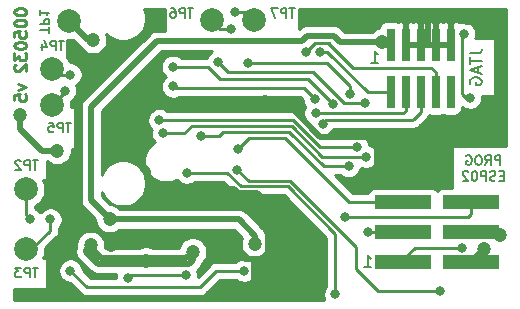
<source format=gbr>
G04 #@! TF.GenerationSoftware,KiCad,Pcbnew,(5.1.12)-1*
G04 #@! TF.CreationDate,2021-12-26T23:17:16+01:00*
G04 #@! TF.ProjectId,005032,30303530-3332-42e6-9b69-6361645f7063,v5*
G04 #@! TF.SameCoordinates,PX88601c0PY4692680*
G04 #@! TF.FileFunction,Copper,L2,Bot*
G04 #@! TF.FilePolarity,Positive*
%FSLAX46Y46*%
G04 Gerber Fmt 4.6, Leading zero omitted, Abs format (unit mm)*
G04 Created by KiCad (PCBNEW (5.1.12)-1) date 2021-12-26 23:17:16*
%MOMM*%
%LPD*%
G01*
G04 APERTURE LIST*
G04 #@! TA.AperFunction,NonConductor*
%ADD10C,0.150000*%
G04 #@! TD*
G04 #@! TA.AperFunction,NonConductor*
%ADD11C,0.200000*%
G04 #@! TD*
G04 #@! TA.AperFunction,NonConductor*
%ADD12C,0.250000*%
G04 #@! TD*
%ADD13C,0.150000*%
G04 #@! TA.AperFunction,SMDPad,CuDef*
%ADD14C,2.000000*%
G04 #@! TD*
G04 #@! TA.AperFunction,SMDPad,CuDef*
%ADD15R,4.750000X1.200000*%
G04 #@! TD*
G04 #@! TA.AperFunction,SMDPad,CuDef*
%ADD16R,0.650000X2.770000*%
G04 #@! TD*
G04 #@! TA.AperFunction,ViaPad*
%ADD17C,1.200000*%
G04 #@! TD*
G04 #@! TA.AperFunction,ViaPad*
%ADD18C,0.800000*%
G04 #@! TD*
G04 #@! TA.AperFunction,Conductor*
%ADD19C,0.500000*%
G04 #@! TD*
G04 #@! TA.AperFunction,Conductor*
%ADD20C,0.250000*%
G04 #@! TD*
G04 #@! TA.AperFunction,Conductor*
%ADD21C,0.254000*%
G04 #@! TD*
G04 #@! TA.AperFunction,Conductor*
%ADD22C,0.100000*%
G04 #@! TD*
G04 APERTURE END LIST*
D10*
X-1171429Y-13886904D02*
X-1171429Y-13086904D01*
X-1476191Y-13086904D01*
X-1552381Y-13125000D01*
X-1590477Y-13163095D01*
X-1628572Y-13239285D01*
X-1628572Y-13353571D01*
X-1590477Y-13429761D01*
X-1552381Y-13467857D01*
X-1476191Y-13505952D01*
X-1171429Y-13505952D01*
X-2428572Y-13886904D02*
X-2161905Y-13505952D01*
X-1971429Y-13886904D02*
X-1971429Y-13086904D01*
X-2276191Y-13086904D01*
X-2352381Y-13125000D01*
X-2390477Y-13163095D01*
X-2428572Y-13239285D01*
X-2428572Y-13353571D01*
X-2390477Y-13429761D01*
X-2352381Y-13467857D01*
X-2276191Y-13505952D01*
X-1971429Y-13505952D01*
X-2923810Y-13086904D02*
X-3076191Y-13086904D01*
X-3152381Y-13125000D01*
X-3228572Y-13201190D01*
X-3266667Y-13353571D01*
X-3266667Y-13620238D01*
X-3228572Y-13772619D01*
X-3152381Y-13848809D01*
X-3076191Y-13886904D01*
X-2923810Y-13886904D01*
X-2847620Y-13848809D01*
X-2771429Y-13772619D01*
X-2733334Y-13620238D01*
X-2733334Y-13353571D01*
X-2771429Y-13201190D01*
X-2847620Y-13125000D01*
X-2923810Y-13086904D01*
X-4028572Y-13125000D02*
X-3952381Y-13086904D01*
X-3838096Y-13086904D01*
X-3723810Y-13125000D01*
X-3647620Y-13201190D01*
X-3609524Y-13277380D01*
X-3571429Y-13429761D01*
X-3571429Y-13544047D01*
X-3609524Y-13696428D01*
X-3647620Y-13772619D01*
X-3723810Y-13848809D01*
X-3838096Y-13886904D01*
X-3914286Y-13886904D01*
X-4028572Y-13848809D01*
X-4066667Y-13810714D01*
X-4066667Y-13544047D01*
X-3914286Y-13544047D01*
X-885715Y-14817857D02*
X-1152381Y-14817857D01*
X-1266667Y-15236904D02*
X-885715Y-15236904D01*
X-885715Y-14436904D01*
X-1266667Y-14436904D01*
X-1571429Y-15198809D02*
X-1685715Y-15236904D01*
X-1876191Y-15236904D01*
X-1952381Y-15198809D01*
X-1990477Y-15160714D01*
X-2028572Y-15084523D01*
X-2028572Y-15008333D01*
X-1990477Y-14932142D01*
X-1952381Y-14894047D01*
X-1876191Y-14855952D01*
X-1723810Y-14817857D01*
X-1647620Y-14779761D01*
X-1609524Y-14741666D01*
X-1571429Y-14665476D01*
X-1571429Y-14589285D01*
X-1609524Y-14513095D01*
X-1647620Y-14475000D01*
X-1723810Y-14436904D01*
X-1914286Y-14436904D01*
X-2028572Y-14475000D01*
X-2371429Y-15236904D02*
X-2371429Y-14436904D01*
X-2676191Y-14436904D01*
X-2752381Y-14475000D01*
X-2790477Y-14513095D01*
X-2828572Y-14589285D01*
X-2828572Y-14703571D01*
X-2790477Y-14779761D01*
X-2752381Y-14817857D01*
X-2676191Y-14855952D01*
X-2371429Y-14855952D01*
X-3323810Y-14436904D02*
X-3400000Y-14436904D01*
X-3476191Y-14475000D01*
X-3514286Y-14513095D01*
X-3552381Y-14589285D01*
X-3590477Y-14741666D01*
X-3590477Y-14932142D01*
X-3552381Y-15084523D01*
X-3514286Y-15160714D01*
X-3476191Y-15198809D01*
X-3400000Y-15236904D01*
X-3323810Y-15236904D01*
X-3247620Y-15198809D01*
X-3209524Y-15160714D01*
X-3171429Y-15084523D01*
X-3133334Y-14932142D01*
X-3133334Y-14741666D01*
X-3171429Y-14589285D01*
X-3209524Y-14513095D01*
X-3247620Y-14475000D01*
X-3323810Y-14436904D01*
X-3895239Y-14513095D02*
X-3933334Y-14475000D01*
X-4009524Y-14436904D01*
X-4200000Y-14436904D01*
X-4276191Y-14475000D01*
X-4314286Y-14513095D01*
X-4352381Y-14589285D01*
X-4352381Y-14665476D01*
X-4314286Y-14779761D01*
X-3857143Y-15236904D01*
X-4352381Y-15236904D01*
D11*
X-3747620Y-4433333D02*
X-3033334Y-4433333D01*
X-2890477Y-4385714D01*
X-2795239Y-4290476D01*
X-2747620Y-4147619D01*
X-2747620Y-4052380D01*
X-3747620Y-4766666D02*
X-3747620Y-5338095D01*
X-2747620Y-5052380D02*
X-3747620Y-5052380D01*
X-3033334Y-5623809D02*
X-3033334Y-6100000D01*
X-2747620Y-5528571D02*
X-3747620Y-5861904D01*
X-2747620Y-6195238D01*
X-3700000Y-7052380D02*
X-3747620Y-6957142D01*
X-3747620Y-6814285D01*
X-3700000Y-6671428D01*
X-3604762Y-6576190D01*
X-3509524Y-6528571D01*
X-3319048Y-6480952D01*
X-3176191Y-6480952D01*
X-2985715Y-6528571D01*
X-2890477Y-6576190D01*
X-2795239Y-6671428D01*
X-2747620Y-6814285D01*
X-2747620Y-6909523D01*
X-2795239Y-7052380D01*
X-2842858Y-7100000D01*
X-3176191Y-7100000D01*
X-3176191Y-6909523D01*
D12*
X-42297620Y-883333D02*
X-42297620Y-978571D01*
X-42250000Y-1073809D01*
X-42202381Y-1121428D01*
X-42107143Y-1169047D01*
X-41916667Y-1216666D01*
X-41678572Y-1216666D01*
X-41488096Y-1169047D01*
X-41392858Y-1121428D01*
X-41345239Y-1073809D01*
X-41297620Y-978571D01*
X-41297620Y-883333D01*
X-41345239Y-788095D01*
X-41392858Y-740476D01*
X-41488096Y-692857D01*
X-41678572Y-645238D01*
X-41916667Y-645238D01*
X-42107143Y-692857D01*
X-42202381Y-740476D01*
X-42250000Y-788095D01*
X-42297620Y-883333D01*
X-42297620Y-1835714D02*
X-42297620Y-1930952D01*
X-42250000Y-2026190D01*
X-42202381Y-2073809D01*
X-42107143Y-2121428D01*
X-41916667Y-2169047D01*
X-41678572Y-2169047D01*
X-41488096Y-2121428D01*
X-41392858Y-2073809D01*
X-41345239Y-2026190D01*
X-41297620Y-1930952D01*
X-41297620Y-1835714D01*
X-41345239Y-1740476D01*
X-41392858Y-1692857D01*
X-41488096Y-1645238D01*
X-41678572Y-1597619D01*
X-41916667Y-1597619D01*
X-42107143Y-1645238D01*
X-42202381Y-1692857D01*
X-42250000Y-1740476D01*
X-42297620Y-1835714D01*
X-42297620Y-3073809D02*
X-42297620Y-2597619D01*
X-41821429Y-2550000D01*
X-41869048Y-2597619D01*
X-41916667Y-2692857D01*
X-41916667Y-2930952D01*
X-41869048Y-3026190D01*
X-41821429Y-3073809D01*
X-41726191Y-3121428D01*
X-41488096Y-3121428D01*
X-41392858Y-3073809D01*
X-41345239Y-3026190D01*
X-41297620Y-2930952D01*
X-41297620Y-2692857D01*
X-41345239Y-2597619D01*
X-41392858Y-2550000D01*
X-42297620Y-3740476D02*
X-42297620Y-3835714D01*
X-42250000Y-3930952D01*
X-42202381Y-3978571D01*
X-42107143Y-4026190D01*
X-41916667Y-4073809D01*
X-41678572Y-4073809D01*
X-41488096Y-4026190D01*
X-41392858Y-3978571D01*
X-41345239Y-3930952D01*
X-41297620Y-3835714D01*
X-41297620Y-3740476D01*
X-41345239Y-3645238D01*
X-41392858Y-3597619D01*
X-41488096Y-3550000D01*
X-41678572Y-3502380D01*
X-41916667Y-3502380D01*
X-42107143Y-3550000D01*
X-42202381Y-3597619D01*
X-42250000Y-3645238D01*
X-42297620Y-3740476D01*
X-42297620Y-4407142D02*
X-42297620Y-5026190D01*
X-41916667Y-4692857D01*
X-41916667Y-4835714D01*
X-41869048Y-4930952D01*
X-41821429Y-4978571D01*
X-41726191Y-5026190D01*
X-41488096Y-5026190D01*
X-41392858Y-4978571D01*
X-41345239Y-4930952D01*
X-41297620Y-4835714D01*
X-41297620Y-4550000D01*
X-41345239Y-4454761D01*
X-41392858Y-4407142D01*
X-42202381Y-5407142D02*
X-42250000Y-5454761D01*
X-42297620Y-5550000D01*
X-42297620Y-5788095D01*
X-42250000Y-5883333D01*
X-42202381Y-5930952D01*
X-42107143Y-5978571D01*
X-42011905Y-5978571D01*
X-41869048Y-5930952D01*
X-41297620Y-5359523D01*
X-41297620Y-5978571D01*
X-41964286Y-7073809D02*
X-41297620Y-7311904D01*
X-41964286Y-7550000D01*
X-42297620Y-8407142D02*
X-42297620Y-7930952D01*
X-41821429Y-7883333D01*
X-41869048Y-7930952D01*
X-41916667Y-8026190D01*
X-41916667Y-8264285D01*
X-41869048Y-8359523D01*
X-41821429Y-8407142D01*
X-41726191Y-8454761D01*
X-41488096Y-8454761D01*
X-41392858Y-8407142D01*
X-41345239Y-8359523D01*
X-41297620Y-8264285D01*
X-41297620Y-8026190D01*
X-41345239Y-7930952D01*
X-41392858Y-7883333D01*
D13*
X-39336905Y-2709523D02*
X-39336905Y-2252380D01*
X-40136905Y-2480952D02*
X-39336905Y-2480952D01*
X-40136905Y-1985714D02*
X-39336905Y-1985714D01*
X-39336905Y-1680952D01*
X-39375000Y-1604761D01*
X-39413096Y-1566666D01*
X-39489286Y-1528571D01*
X-39603572Y-1528571D01*
X-39679762Y-1566666D01*
X-39717858Y-1604761D01*
X-39755953Y-1680952D01*
X-39755953Y-1985714D01*
X-40136905Y-766666D02*
X-40136905Y-1223809D01*
X-40136905Y-995238D02*
X-39336905Y-995238D01*
X-39451191Y-1071428D01*
X-39527381Y-1147619D01*
X-39565477Y-1223809D01*
X-12685715Y-22552380D02*
X-12114286Y-22552380D01*
X-12400000Y-22552380D02*
X-12400000Y-21552380D01*
X-12304762Y-21695238D01*
X-12209524Y-21790476D01*
X-12114286Y-21838095D01*
X-12085715Y-5252380D02*
X-11514286Y-5252380D01*
X-11800000Y-5252380D02*
X-11800000Y-4252380D01*
X-11704762Y-4395238D01*
X-11609524Y-4490476D01*
X-11514286Y-4538095D01*
X-40290477Y-13513904D02*
X-40747620Y-13513904D01*
X-40519048Y-14313904D02*
X-40519048Y-13513904D01*
X-41014286Y-14313904D02*
X-41014286Y-13513904D01*
X-41319048Y-13513904D01*
X-41395239Y-13552000D01*
X-41433334Y-13590095D01*
X-41471429Y-13666285D01*
X-41471429Y-13780571D01*
X-41433334Y-13856761D01*
X-41395239Y-13894857D01*
X-41319048Y-13932952D01*
X-41014286Y-13932952D01*
X-41776191Y-13590095D02*
X-41814286Y-13552000D01*
X-41890477Y-13513904D01*
X-42080953Y-13513904D01*
X-42157143Y-13552000D01*
X-42195239Y-13590095D01*
X-42233334Y-13666285D01*
X-42233334Y-13742476D01*
X-42195239Y-13856761D01*
X-41738096Y-14313904D01*
X-42233334Y-14313904D01*
X-40290477Y-22609904D02*
X-40747620Y-22609904D01*
X-40519048Y-23409904D02*
X-40519048Y-22609904D01*
X-41014286Y-23409904D02*
X-41014286Y-22609904D01*
X-41319048Y-22609904D01*
X-41395239Y-22648000D01*
X-41433334Y-22686095D01*
X-41471429Y-22762285D01*
X-41471429Y-22876571D01*
X-41433334Y-22952761D01*
X-41395239Y-22990857D01*
X-41319048Y-23028952D01*
X-41014286Y-23028952D01*
X-41738096Y-22609904D02*
X-42233334Y-22609904D01*
X-41966667Y-22914666D01*
X-42080953Y-22914666D01*
X-42157143Y-22952761D01*
X-42195239Y-22990857D01*
X-42233334Y-23067047D01*
X-42233334Y-23257523D01*
X-42195239Y-23333714D01*
X-42157143Y-23371809D01*
X-42080953Y-23409904D01*
X-41852381Y-23409904D01*
X-41776191Y-23371809D01*
X-41738096Y-23333714D01*
X-38090477Y-3386904D02*
X-38547620Y-3386904D01*
X-38319048Y-4186904D02*
X-38319048Y-3386904D01*
X-38814286Y-4186904D02*
X-38814286Y-3386904D01*
X-39119048Y-3386904D01*
X-39195239Y-3425000D01*
X-39233334Y-3463095D01*
X-39271429Y-3539285D01*
X-39271429Y-3653571D01*
X-39233334Y-3729761D01*
X-39195239Y-3767857D01*
X-39119048Y-3805952D01*
X-38814286Y-3805952D01*
X-39957143Y-3653571D02*
X-39957143Y-4186904D01*
X-39766667Y-3348809D02*
X-39576191Y-3920238D01*
X-40071429Y-3920238D01*
X-37490477Y-10311904D02*
X-37947620Y-10311904D01*
X-37719048Y-11111904D02*
X-37719048Y-10311904D01*
X-38214286Y-11111904D02*
X-38214286Y-10311904D01*
X-38519048Y-10311904D01*
X-38595239Y-10350000D01*
X-38633334Y-10388095D01*
X-38671429Y-10464285D01*
X-38671429Y-10578571D01*
X-38633334Y-10654761D01*
X-38595239Y-10692857D01*
X-38519048Y-10730952D01*
X-38214286Y-10730952D01*
X-39395239Y-10311904D02*
X-39014286Y-10311904D01*
X-38976191Y-10692857D01*
X-39014286Y-10654761D01*
X-39090477Y-10616666D01*
X-39280953Y-10616666D01*
X-39357143Y-10654761D01*
X-39395239Y-10692857D01*
X-39433334Y-10769047D01*
X-39433334Y-10959523D01*
X-39395239Y-11035714D01*
X-39357143Y-11073809D01*
X-39280953Y-11111904D01*
X-39090477Y-11111904D01*
X-39014286Y-11073809D01*
X-38976191Y-11035714D01*
X-27165477Y-611904D02*
X-27622620Y-611904D01*
X-27394048Y-1411904D02*
X-27394048Y-611904D01*
X-27889286Y-1411904D02*
X-27889286Y-611904D01*
X-28194048Y-611904D01*
X-28270239Y-650000D01*
X-28308334Y-688095D01*
X-28346429Y-764285D01*
X-28346429Y-878571D01*
X-28308334Y-954761D01*
X-28270239Y-992857D01*
X-28194048Y-1030952D01*
X-27889286Y-1030952D01*
X-29032143Y-611904D02*
X-28879762Y-611904D01*
X-28803572Y-650000D01*
X-28765477Y-688095D01*
X-28689286Y-802380D01*
X-28651191Y-954761D01*
X-28651191Y-1259523D01*
X-28689286Y-1335714D01*
X-28727381Y-1373809D01*
X-28803572Y-1411904D01*
X-28955953Y-1411904D01*
X-29032143Y-1373809D01*
X-29070239Y-1335714D01*
X-29108334Y-1259523D01*
X-29108334Y-1069047D01*
X-29070239Y-992857D01*
X-29032143Y-954761D01*
X-28955953Y-916666D01*
X-28803572Y-916666D01*
X-28727381Y-954761D01*
X-28689286Y-992857D01*
X-28651191Y-1069047D01*
X-18565477Y-611904D02*
X-19022620Y-611904D01*
X-18794048Y-1411904D02*
X-18794048Y-611904D01*
X-19289286Y-1411904D02*
X-19289286Y-611904D01*
X-19594048Y-611904D01*
X-19670239Y-650000D01*
X-19708334Y-688095D01*
X-19746429Y-764285D01*
X-19746429Y-878571D01*
X-19708334Y-954761D01*
X-19670239Y-992857D01*
X-19594048Y-1030952D01*
X-19289286Y-1030952D01*
X-20013096Y-611904D02*
X-20546429Y-611904D01*
X-20203572Y-1411904D01*
D14*
X-37700000Y-1700000D03*
D15*
X-9375000Y-22140000D03*
X-3625000Y-22140000D03*
X-9375000Y-19600000D03*
X-3625000Y-19600000D03*
X-9375000Y-17060000D03*
X-3625000Y-17060000D03*
D16*
X-10440000Y-3700000D03*
X-10440000Y-7700000D03*
X-9170000Y-3700000D03*
X-9170000Y-7700000D03*
X-7900000Y-3700000D03*
X-7900000Y-7700000D03*
X-6630000Y-3700000D03*
X-6630000Y-7700000D03*
X-5360000Y-3700000D03*
X-5360000Y-7700000D03*
D14*
X-41300000Y-15950000D03*
X-41300000Y-21050000D03*
X-39100000Y-5800000D03*
X-39100000Y-8800000D03*
X-25550000Y-1650000D03*
X-22000000Y-1650000D03*
D17*
X-35650000Y-3300000D03*
X-41850000Y-9700000D03*
X-27200000Y-21250000D03*
X-35850000Y-20700000D03*
X-38675000Y-12675000D03*
X-31162500Y-22012500D03*
X-1225000Y-10855000D03*
X-5300000Y-10800000D03*
X-21100000Y-8600000D03*
X-1145000Y-19855000D03*
X-11600000Y-11500000D03*
X-11400000Y-15300000D03*
X-5700000Y-15200000D03*
X-32700000Y-8600000D03*
X-28600000Y-15950000D03*
X-28850000Y-20500000D03*
X-20849999Y-17124999D03*
X-34150000Y-20700000D03*
X-24800000Y-24350000D03*
X-22000000Y-24350000D03*
X-23400000Y-24350000D03*
X-3950000Y-1450000D03*
X-14500000Y-1400000D03*
X-21900000Y-20600000D03*
X-34237500Y-18462500D03*
X-2500000Y-21000002D03*
X-11150000Y-3500000D03*
D18*
X-27800000Y-23200000D03*
X-32700000Y-23450000D03*
X-4400000Y-20900000D03*
X-4250000Y-2800000D03*
X-3700000Y-8200000D03*
X-14300000Y-18300000D03*
X-23400000Y-12550000D03*
X-26525000Y-11425000D03*
X-12400000Y-19575000D03*
X-14000000Y-14000000D03*
X-28850000Y-5600000D03*
X-15362653Y-8712653D03*
X-16850000Y-8350000D03*
X-28850000Y-7250000D03*
X-15125000Y-24850000D03*
X-27700000Y-14550000D03*
X-23425000Y-14300000D03*
X-6225000Y-24575000D03*
X-37550000Y-22850000D03*
X-22850000Y-22850000D03*
X-13900000Y-7900000D03*
X-22550000Y-5250000D03*
X-23600000Y-925000D03*
X-12575000Y-8625000D03*
X-25050000Y-5200000D03*
X-24000000Y-2350000D03*
X-16400000Y-4300000D03*
X-16800000Y-9500000D03*
X-16200000Y-10400000D03*
X-17600000Y-4300000D03*
X-37550000Y-6250000D03*
X-38025000Y-7600000D03*
X-30025000Y-10100000D03*
X-13275000Y-12375000D03*
X-12525000Y-13200000D03*
X-29700000Y-11225000D03*
X-40950000Y-18500000D03*
X-39250000Y-18500000D03*
D19*
X-36100000Y-3300000D02*
X-37700000Y-1700000D01*
X-35650000Y-3300000D02*
X-36100000Y-3300000D01*
X-41850000Y-10000000D02*
X-41850000Y-9700000D01*
X-27200000Y-21250000D02*
X-27750000Y-21800000D01*
X-27750000Y-21800000D02*
X-30850000Y-21800000D01*
X-35850000Y-20950000D02*
X-35000000Y-21800000D01*
X-35000000Y-21800000D02*
X-30850000Y-21800000D01*
X-38675000Y-12675000D02*
X-38700000Y-12650000D01*
X-35850000Y-20700000D02*
X-35850000Y-20950000D01*
X-41850000Y-10825000D02*
X-41850000Y-9700000D01*
X-40000000Y-12675000D02*
X-41850000Y-10825000D01*
X-38675000Y-12675000D02*
X-40000000Y-12675000D01*
X-30850000Y-21800000D02*
X-31162500Y-22012500D01*
X-36250000Y-21100000D02*
X-35850000Y-20700000D01*
X-36250000Y-21250000D02*
X-36250000Y-21100000D01*
X-27500000Y-22250000D02*
X-35250000Y-22250000D01*
X-27200000Y-21950000D02*
X-27500000Y-22250000D01*
X-35250000Y-22250000D02*
X-36250000Y-21250000D01*
X-27200000Y-21250000D02*
X-27200000Y-21950000D01*
X-5360000Y-3700000D02*
X-6630000Y-3700000D01*
X-9170000Y-3700000D02*
X-7900000Y-3700000D01*
X-5245000Y-10855000D02*
X-5300000Y-10800000D01*
X-1225000Y-10855000D02*
X-5245000Y-10855000D01*
X-1225000Y-1900000D02*
X-1225000Y-10855000D01*
X-34300000Y-11100000D02*
X-31000000Y-14400000D01*
X-34300000Y-9400000D02*
X-34300000Y-11100000D01*
X-33500000Y-8600000D02*
X-34300000Y-9400000D01*
X-1200000Y-19800000D02*
X-1145000Y-19855000D01*
X-3625000Y-19800000D02*
X-1200000Y-19800000D01*
X-11600000Y-11500000D02*
X-6600000Y-11500000D01*
X-5900000Y-10800000D02*
X-5300000Y-10800000D01*
X-6600000Y-11500000D02*
X-5900000Y-10800000D01*
X-11600000Y-15100000D02*
X-11400000Y-15300000D01*
X-11600000Y-11500000D02*
X-11600000Y-15100000D01*
X-6600000Y-14300000D02*
X-5700000Y-15200000D01*
X-6600000Y-11500000D02*
X-6600000Y-14300000D01*
X-32700000Y-8600000D02*
X-33500000Y-8600000D01*
X-21100000Y-8600000D02*
X-32700000Y-8600000D01*
X-30600000Y-15950000D02*
X-31000000Y-15550000D01*
X-28600000Y-15950000D02*
X-30600000Y-15950000D01*
X-31000000Y-14400000D02*
X-31000000Y-15550000D01*
X-20950000Y-8600000D02*
X-21100000Y-8600000D01*
X-21100000Y-8600000D02*
X-19300000Y-8600000D01*
X-16400000Y-11500000D02*
X-16300000Y-11500000D01*
X-19300000Y-8600000D02*
X-16400000Y-11500000D01*
X-11600000Y-11500000D02*
X-16300000Y-11500000D01*
X-20849999Y-21349999D02*
X-20849999Y-17124999D01*
X-28800000Y-20450000D02*
X-28850000Y-20500000D01*
X-28600000Y-15950000D02*
X-23700000Y-15950000D01*
X-23700000Y-15950000D02*
X-23400000Y-16250000D01*
X-21724998Y-16250000D02*
X-20849999Y-17124999D01*
X-23400000Y-16250000D02*
X-21724998Y-16250000D01*
X-29050000Y-20700000D02*
X-28850000Y-20500000D01*
X-34150000Y-20700000D02*
X-29050000Y-20700000D01*
X-24800000Y-24350000D02*
X-23200000Y-24350000D01*
X-23200000Y-24350000D02*
X-22000000Y-24350000D01*
X-22100000Y-24250000D02*
X-22000000Y-24350000D01*
X-23200000Y-24350000D02*
X-23400000Y-24350000D01*
X-1675000Y-1450000D02*
X-1225000Y-1900000D01*
X-3950000Y-1450000D02*
X-1675000Y-1450000D01*
X-7250000Y-1950000D02*
X-7250000Y-3700000D01*
X-7250000Y-3700000D02*
X-7900000Y-3700000D01*
X-6630000Y-3700000D02*
X-7250000Y-3700000D01*
X-14450000Y-1450000D02*
X-14500000Y-1400000D01*
X-7250000Y-1950000D02*
X-7250000Y-1450000D01*
X-7250000Y-1450000D02*
X-14450000Y-1450000D01*
X-3950000Y-1450000D02*
X-7250000Y-1450000D01*
X-22800000Y-21900000D02*
X-25150000Y-19550000D01*
X-25150000Y-19550000D02*
X-27900000Y-19550000D01*
X-27900000Y-19550000D02*
X-28850000Y-20500000D01*
X-20849999Y-21349999D02*
X-21400000Y-21900000D01*
X-22000000Y-24350000D02*
X-22000000Y-22000000D01*
X-22000000Y-22000000D02*
X-22100000Y-21900000D01*
X-22100000Y-21900000D02*
X-22800000Y-21900000D01*
X-21400000Y-21900000D02*
X-22100000Y-21900000D01*
X-3625000Y-22125002D02*
X-2500000Y-21000002D01*
X-3625000Y-22140000D02*
X-3625000Y-22125002D01*
X-21900000Y-19900000D02*
X-21900000Y-20600000D01*
X-23300000Y-18500000D02*
X-21900000Y-19900000D01*
X-34200000Y-18500000D02*
X-23300000Y-18500000D01*
X-34237500Y-18462500D02*
X-34200000Y-18500000D01*
X-15250000Y-2950000D02*
X-14700000Y-3500000D01*
X-17500000Y-2950000D02*
X-15250000Y-2950000D01*
X-17950000Y-3400000D02*
X-17500000Y-2950000D01*
X-30200000Y-3400000D02*
X-17950000Y-3400000D01*
X-35800000Y-9000000D02*
X-30200000Y-3400000D01*
X-35800000Y-16900000D02*
X-35800000Y-9000000D01*
X-34237500Y-18462500D02*
X-35800000Y-16900000D01*
X-10950000Y-3700000D02*
X-11150000Y-3500000D01*
X-10440000Y-3700000D02*
X-10950000Y-3700000D01*
X-14700000Y-3500000D02*
X-11150000Y-3500000D01*
D20*
X-32700000Y-23450000D02*
X-32450000Y-23200000D01*
X-27800000Y-23200000D02*
X-32450000Y-23200000D01*
X-9375000Y-22140000D02*
X-9375000Y-21875000D01*
X-8400000Y-20900000D02*
X-4400000Y-20900000D01*
X-9375000Y-21875000D02*
X-8400000Y-20900000D01*
X-4400000Y-7900000D02*
X-4400000Y-2950000D01*
X-4100000Y-8200000D02*
X-4400000Y-7900000D01*
X-4400000Y-2950000D02*
X-4250000Y-2800000D01*
X-3700000Y-8200000D02*
X-4100000Y-8200000D01*
X-3625000Y-17060000D02*
X-3625000Y-18025000D01*
X-3625000Y-18025000D02*
X-3900000Y-18300000D01*
X-3900000Y-18300000D02*
X-14300000Y-18300000D01*
X-9415000Y-17100000D02*
X-9375000Y-17060000D01*
X-23400000Y-12550000D02*
X-22475000Y-11625000D01*
X-22475000Y-11625000D02*
X-19375000Y-11625000D01*
X-13940000Y-17060000D02*
X-9375000Y-17060000D01*
X-19375000Y-11625000D02*
X-13940000Y-17060000D01*
X-26525000Y-11425000D02*
X-24950000Y-11425000D01*
X-24950000Y-11425000D02*
X-24600000Y-11075000D01*
X-24600000Y-11075000D02*
X-19025000Y-11075000D01*
X-19025000Y-11075000D02*
X-16100000Y-14000000D01*
X-16100000Y-14000000D02*
X-13975000Y-14000000D01*
X-12375000Y-19600000D02*
X-12400000Y-19575000D01*
X-9375000Y-19600000D02*
X-12375000Y-19600000D01*
X-28850000Y-5600000D02*
X-25900000Y-5600000D01*
X-25900000Y-5600000D02*
X-24850000Y-6650000D01*
X-17425306Y-6650000D02*
X-15362653Y-8712653D01*
X-24850000Y-6650000D02*
X-17425306Y-6650000D01*
X-16850000Y-8350000D02*
X-17800000Y-7400000D01*
X-28700000Y-7400000D02*
X-28850000Y-7250000D01*
X-17800000Y-7400000D02*
X-28700000Y-7400000D01*
X-24300000Y-14550000D02*
X-27700000Y-14550000D01*
X-19150000Y-15700000D02*
X-23150000Y-15700000D01*
X-23150000Y-15700000D02*
X-24300000Y-14550000D01*
X-15125000Y-19725000D02*
X-19150000Y-15700000D01*
X-15125000Y-24850000D02*
X-15125000Y-19725000D01*
X-23425000Y-14300000D02*
X-22475000Y-15250000D01*
X-22475000Y-15250000D02*
X-18950000Y-15250000D01*
X-18950000Y-15250000D02*
X-13375000Y-20825000D01*
X-13375000Y-20825000D02*
X-13375000Y-22273287D01*
X-13375000Y-22273287D02*
X-13375000Y-22725000D01*
X-11525000Y-24575000D02*
X-6225000Y-24575000D01*
X-13375000Y-22725000D02*
X-11525000Y-24575000D01*
X-36150000Y-24250000D02*
X-37550000Y-22850000D01*
X-26600000Y-24250000D02*
X-36150000Y-24250000D01*
X-25200000Y-22850000D02*
X-26600000Y-24250000D01*
X-22850000Y-22850000D02*
X-25200000Y-22850000D01*
X-13900000Y-7900000D02*
X-13900000Y-7250000D01*
X-13900000Y-7250000D02*
X-15850000Y-5300000D01*
X-22500000Y-5300000D02*
X-22550000Y-5250000D01*
X-15850000Y-5300000D02*
X-22500000Y-5300000D01*
X-22725000Y-925000D02*
X-22000000Y-1650000D01*
X-23600000Y-925000D02*
X-22725000Y-925000D01*
X-25050000Y-5200000D02*
X-24200000Y-6050000D01*
X-17000000Y-6050000D02*
X-14425000Y-8625000D01*
X-14425000Y-8625000D02*
X-12575000Y-8625000D01*
X-24200000Y-6050000D02*
X-17000000Y-6050000D01*
X-24850000Y-2350000D02*
X-25550000Y-1650000D01*
X-24000000Y-2350000D02*
X-24850000Y-2350000D01*
X-15800000Y-4300000D02*
X-12400000Y-7700000D01*
X-16400000Y-4300000D02*
X-15800000Y-4300000D01*
X-12400000Y-7700000D02*
X-12100000Y-7700000D01*
X-10440000Y-7700000D02*
X-12100000Y-7700000D01*
X-9170000Y-7700000D02*
X-9170000Y-9335000D01*
X-16767500Y-9532500D02*
X-16800000Y-9500000D01*
X-9367500Y-9532500D02*
X-16767500Y-9532500D01*
X-9170000Y-9335000D02*
X-9367500Y-9532500D01*
X-7900000Y-7700000D02*
X-7900000Y-9400000D01*
X-7900000Y-9400000D02*
X-8500000Y-10000000D01*
X-8500000Y-10000000D02*
X-8600000Y-10100000D01*
X-15900000Y-10100000D02*
X-16200000Y-10400000D01*
X-8600000Y-10100000D02*
X-15900000Y-10100000D01*
X-6630000Y-6065000D02*
X-6995000Y-5700000D01*
X-6630000Y-7700000D02*
X-6630000Y-6065000D01*
X-6995000Y-5700000D02*
X-13600000Y-5700000D01*
X-15725001Y-3574999D02*
X-15400000Y-3900000D01*
X-16874999Y-3574999D02*
X-15725001Y-3574999D01*
X-17600000Y-4300000D02*
X-16874999Y-3574999D01*
X-15400000Y-3900000D02*
X-15700000Y-3600000D01*
X-13600000Y-5700000D02*
X-15400000Y-3900000D01*
X-39050000Y-6250000D02*
X-39100000Y-6200000D01*
X-37550000Y-6250000D02*
X-39050000Y-6250000D01*
X-39100000Y-8800000D02*
X-39000000Y-8800000D01*
X-38025000Y-7725000D02*
X-39100000Y-8800000D01*
X-38025000Y-7600000D02*
X-38025000Y-7725000D01*
X-30025000Y-10100000D02*
X-18975000Y-10100000D01*
X-16325000Y-12375000D02*
X-16400000Y-12375000D01*
X-16325000Y-12375000D02*
X-13475000Y-12375000D01*
X-18675000Y-10100000D02*
X-18975000Y-10100000D01*
X-16400000Y-12375000D02*
X-18675000Y-10100000D01*
X-12525000Y-13200000D02*
X-15975000Y-13200000D01*
X-15975000Y-13200000D02*
X-16211410Y-13200000D01*
X-16211410Y-13200000D02*
X-18811410Y-10600000D01*
X-27275000Y-10600000D02*
X-27900000Y-11225000D01*
X-27900000Y-11225000D02*
X-29700000Y-11225000D01*
X-18811410Y-10600000D02*
X-27275000Y-10600000D01*
X-40950000Y-18500000D02*
X-41350000Y-18100000D01*
X-41350000Y-16000000D02*
X-41300000Y-15950000D01*
X-41350000Y-18100000D02*
X-41350000Y-16000000D01*
X-39250000Y-18500000D02*
X-39250000Y-19450000D01*
X-40850000Y-21050000D02*
X-41300000Y-21050000D01*
X-39250000Y-19450000D02*
X-40850000Y-21050000D01*
D21*
X-29546500Y-2515000D02*
X-30156531Y-2515000D01*
X-30200000Y-2510719D01*
X-30243469Y-2515000D01*
X-30243477Y-2515000D01*
X-30352361Y-2525724D01*
X-30373491Y-2527805D01*
X-30416041Y-2540713D01*
X-30540313Y-2578411D01*
X-30694059Y-2660589D01*
X-30694061Y-2660590D01*
X-30694060Y-2660590D01*
X-30795047Y-2743468D01*
X-30795049Y-2743470D01*
X-30828817Y-2771183D01*
X-30856530Y-2804951D01*
X-36395048Y-8343470D01*
X-36428816Y-8371183D01*
X-36456529Y-8404951D01*
X-36456532Y-8404954D01*
X-36539410Y-8505941D01*
X-36621588Y-8659687D01*
X-36672195Y-8826510D01*
X-36689281Y-9000000D01*
X-36684999Y-9043479D01*
X-36685000Y-16856531D01*
X-36689281Y-16900000D01*
X-36685000Y-16943469D01*
X-36685000Y-16943476D01*
X-36672195Y-17073489D01*
X-36621589Y-17240312D01*
X-36539411Y-17394058D01*
X-36428817Y-17528817D01*
X-36395044Y-17556534D01*
X-35472500Y-18479079D01*
X-35472500Y-18584137D01*
X-35425040Y-18822736D01*
X-35331943Y-19047492D01*
X-35196787Y-19249767D01*
X-35024767Y-19421787D01*
X-34822492Y-19556943D01*
X-34597736Y-19650040D01*
X-34359137Y-19697500D01*
X-34115863Y-19697500D01*
X-33877264Y-19650040D01*
X-33652508Y-19556943D01*
X-33450233Y-19421787D01*
X-33413446Y-19385000D01*
X-23666578Y-19385000D01*
X-23006782Y-20044797D01*
X-23087540Y-20239764D01*
X-23135000Y-20478363D01*
X-23135000Y-20721637D01*
X-23087540Y-20960236D01*
X-22994443Y-21184992D01*
X-22859287Y-21387267D01*
X-22687267Y-21559287D01*
X-22484992Y-21694443D01*
X-22260236Y-21787540D01*
X-22021637Y-21835000D01*
X-21778363Y-21835000D01*
X-21539764Y-21787540D01*
X-21315008Y-21694443D01*
X-21112733Y-21559287D01*
X-20940713Y-21387267D01*
X-20805557Y-21184992D01*
X-20712460Y-20960236D01*
X-20665000Y-20721637D01*
X-20665000Y-20478363D01*
X-20712460Y-20239764D01*
X-20805557Y-20015008D01*
X-20940713Y-19812733D01*
X-21028183Y-19725263D01*
X-21078411Y-19559687D01*
X-21160589Y-19405941D01*
X-21218809Y-19335000D01*
X-21243468Y-19304953D01*
X-21243470Y-19304951D01*
X-21271183Y-19271183D01*
X-21304950Y-19243471D01*
X-22643468Y-17904954D01*
X-22671183Y-17871183D01*
X-22805941Y-17760589D01*
X-22959687Y-17678411D01*
X-23126510Y-17627805D01*
X-23256523Y-17615000D01*
X-23256531Y-17615000D01*
X-23300000Y-17610719D01*
X-23343469Y-17615000D01*
X-33338446Y-17615000D01*
X-33450233Y-17503213D01*
X-33652508Y-17368057D01*
X-33877264Y-17274960D01*
X-34115863Y-17227500D01*
X-34220921Y-17227500D01*
X-34915000Y-16533422D01*
X-34915000Y-16189931D01*
X-34836930Y-16378408D01*
X-34622432Y-16699427D01*
X-34349427Y-16972432D01*
X-34028408Y-17186930D01*
X-33671711Y-17334679D01*
X-33293043Y-17410000D01*
X-32906957Y-17410000D01*
X-32528289Y-17334679D01*
X-32171592Y-17186930D01*
X-31850573Y-16972432D01*
X-31577568Y-16699427D01*
X-31363070Y-16378408D01*
X-31215321Y-16021711D01*
X-31140000Y-15643043D01*
X-31140000Y-15256957D01*
X-31215321Y-14878289D01*
X-31363070Y-14521592D01*
X-31577568Y-14200573D01*
X-31850573Y-13927568D01*
X-32171592Y-13713070D01*
X-32528289Y-13565321D01*
X-32906957Y-13490000D01*
X-33293043Y-13490000D01*
X-33671711Y-13565321D01*
X-34028408Y-13713070D01*
X-34349427Y-13927568D01*
X-34622432Y-14200573D01*
X-34836930Y-14521592D01*
X-34915000Y-14710069D01*
X-34915000Y-9366578D01*
X-29833421Y-4285000D01*
X-25543556Y-4285000D01*
X-25709774Y-4396063D01*
X-25853937Y-4540226D01*
X-25967205Y-4709744D01*
X-26021159Y-4840000D01*
X-28146289Y-4840000D01*
X-28190226Y-4796063D01*
X-28359744Y-4682795D01*
X-28548102Y-4604774D01*
X-28748061Y-4565000D01*
X-28951939Y-4565000D01*
X-29151898Y-4604774D01*
X-29340256Y-4682795D01*
X-29509774Y-4796063D01*
X-29653937Y-4940226D01*
X-29767205Y-5109744D01*
X-29845226Y-5298102D01*
X-29885000Y-5498061D01*
X-29885000Y-5701939D01*
X-29845226Y-5901898D01*
X-29767205Y-6090256D01*
X-29653937Y-6259774D01*
X-29509774Y-6403937D01*
X-29478251Y-6425000D01*
X-29509774Y-6446063D01*
X-29653937Y-6590226D01*
X-29767205Y-6759744D01*
X-29845226Y-6948102D01*
X-29885000Y-7148061D01*
X-29885000Y-7351939D01*
X-29845226Y-7551898D01*
X-29767205Y-7740256D01*
X-29653937Y-7909774D01*
X-29509774Y-8053937D01*
X-29340256Y-8167205D01*
X-29151898Y-8245226D01*
X-28951939Y-8285000D01*
X-28748061Y-8285000D01*
X-28548102Y-8245226D01*
X-28359744Y-8167205D01*
X-28348961Y-8160000D01*
X-18114801Y-8160000D01*
X-17885000Y-8389801D01*
X-17885000Y-8451939D01*
X-17845226Y-8651898D01*
X-17767205Y-8840256D01*
X-17685581Y-8962415D01*
X-17717205Y-9009744D01*
X-17795226Y-9198102D01*
X-17835000Y-9398061D01*
X-17835000Y-9601939D01*
X-17795226Y-9801898D01*
X-17722340Y-9977859D01*
X-18111196Y-9589003D01*
X-18134999Y-9559999D01*
X-18250724Y-9465026D01*
X-18382753Y-9394454D01*
X-18526014Y-9350997D01*
X-18637667Y-9340000D01*
X-18637678Y-9340000D01*
X-18675000Y-9336324D01*
X-18712322Y-9340000D01*
X-29321289Y-9340000D01*
X-29365226Y-9296063D01*
X-29534744Y-9182795D01*
X-29723102Y-9104774D01*
X-29923061Y-9065000D01*
X-30126939Y-9065000D01*
X-30326898Y-9104774D01*
X-30515256Y-9182795D01*
X-30684774Y-9296063D01*
X-30828937Y-9440226D01*
X-30942205Y-9609744D01*
X-31020226Y-9798102D01*
X-31060000Y-9998061D01*
X-31060000Y-10201939D01*
X-31020226Y-10401898D01*
X-30942205Y-10590256D01*
X-30828937Y-10759774D01*
X-30686551Y-10902160D01*
X-30695226Y-10923102D01*
X-30735000Y-11123061D01*
X-30735000Y-11326939D01*
X-30695226Y-11526898D01*
X-30617205Y-11715256D01*
X-30503937Y-11884774D01*
X-30420526Y-11968185D01*
X-30639744Y-12114662D01*
X-30895338Y-12370256D01*
X-31096156Y-12670801D01*
X-31234482Y-13004750D01*
X-31305000Y-13359268D01*
X-31305000Y-13720732D01*
X-31234482Y-14075250D01*
X-31096156Y-14409199D01*
X-30895338Y-14709744D01*
X-30639744Y-14965338D01*
X-30339199Y-15166156D01*
X-30005250Y-15304482D01*
X-29650732Y-15375000D01*
X-29289268Y-15375000D01*
X-28934750Y-15304482D01*
X-28600801Y-15166156D01*
X-28553984Y-15134874D01*
X-28503937Y-15209774D01*
X-28359774Y-15353937D01*
X-28190256Y-15467205D01*
X-28001898Y-15545226D01*
X-27801939Y-15585000D01*
X-27598061Y-15585000D01*
X-27398102Y-15545226D01*
X-27209744Y-15467205D01*
X-27040226Y-15353937D01*
X-26996289Y-15310000D01*
X-24614801Y-15310000D01*
X-23713800Y-16211002D01*
X-23690001Y-16240001D01*
X-23661003Y-16263799D01*
X-23574276Y-16334974D01*
X-23442247Y-16405546D01*
X-23298986Y-16449003D01*
X-23150000Y-16463677D01*
X-23112667Y-16460000D01*
X-19464801Y-16460000D01*
X-15884999Y-20039803D01*
X-15885000Y-24146289D01*
X-15928937Y-24190226D01*
X-16042205Y-24359744D01*
X-16120226Y-24548102D01*
X-16160000Y-24748061D01*
X-16160000Y-24951939D01*
X-16120226Y-25151898D01*
X-16042311Y-25340000D01*
X-42340000Y-25340000D01*
X-42340000Y-24419500D01*
X-39504285Y-24419500D01*
X-39504285Y-22748061D01*
X-38585000Y-22748061D01*
X-38585000Y-22951939D01*
X-38545226Y-23151898D01*
X-38467205Y-23340256D01*
X-38353937Y-23509774D01*
X-38209774Y-23653937D01*
X-38040256Y-23767205D01*
X-37851898Y-23845226D01*
X-37651939Y-23885000D01*
X-37589801Y-23885000D01*
X-36713799Y-24761003D01*
X-36690001Y-24790001D01*
X-36661003Y-24813799D01*
X-36574277Y-24884974D01*
X-36448995Y-24951939D01*
X-36442247Y-24955546D01*
X-36298986Y-24999003D01*
X-36187333Y-25010000D01*
X-36187323Y-25010000D01*
X-36150000Y-25013676D01*
X-36112678Y-25010000D01*
X-26637322Y-25010000D01*
X-26600000Y-25013676D01*
X-26562678Y-25010000D01*
X-26562667Y-25010000D01*
X-26451014Y-24999003D01*
X-26307753Y-24955546D01*
X-26175724Y-24884974D01*
X-26059999Y-24790001D01*
X-26036196Y-24760997D01*
X-24885198Y-23610000D01*
X-23553711Y-23610000D01*
X-23509774Y-23653937D01*
X-23340256Y-23767205D01*
X-23151898Y-23845226D01*
X-22951939Y-23885000D01*
X-22748061Y-23885000D01*
X-22548102Y-23845226D01*
X-22359744Y-23767205D01*
X-22190226Y-23653937D01*
X-22046063Y-23509774D01*
X-21932795Y-23340256D01*
X-21854774Y-23151898D01*
X-21815000Y-22951939D01*
X-21815000Y-22748061D01*
X-21854774Y-22548102D01*
X-21932795Y-22359744D01*
X-22046063Y-22190226D01*
X-22190226Y-22046063D01*
X-22359744Y-21932795D01*
X-22548102Y-21854774D01*
X-22748061Y-21815000D01*
X-22951939Y-21815000D01*
X-23151898Y-21854774D01*
X-23340256Y-21932795D01*
X-23509774Y-22046063D01*
X-23553711Y-22090000D01*
X-25162678Y-22090000D01*
X-25200000Y-22086324D01*
X-25237323Y-22090000D01*
X-25237333Y-22090000D01*
X-25348986Y-22100997D01*
X-25492247Y-22144454D01*
X-25624277Y-22215026D01*
X-25666892Y-22250000D01*
X-25740001Y-22309999D01*
X-25763799Y-22338997D01*
X-26774500Y-23349699D01*
X-26765000Y-23301939D01*
X-26765000Y-23098061D01*
X-26804774Y-22898102D01*
X-26831647Y-22833225D01*
X-26604956Y-22606534D01*
X-26571183Y-22578817D01*
X-26460589Y-22444059D01*
X-26378411Y-22290313D01*
X-26328183Y-22124737D01*
X-26240713Y-22037267D01*
X-26105557Y-21834992D01*
X-26012460Y-21610236D01*
X-25965000Y-21371637D01*
X-25965000Y-21128363D01*
X-26012460Y-20889764D01*
X-26105557Y-20665008D01*
X-26240713Y-20462733D01*
X-26412733Y-20290713D01*
X-26615008Y-20155557D01*
X-26839764Y-20062460D01*
X-27078363Y-20015000D01*
X-27321637Y-20015000D01*
X-27560236Y-20062460D01*
X-27784992Y-20155557D01*
X-27987267Y-20290713D01*
X-28159287Y-20462733D01*
X-28294443Y-20665008D01*
X-28387540Y-20889764D01*
X-28392560Y-20915000D01*
X-30584888Y-20915000D01*
X-30802264Y-20824960D01*
X-31040863Y-20777500D01*
X-31284137Y-20777500D01*
X-31522736Y-20824960D01*
X-31740112Y-20915000D01*
X-34633421Y-20915000D01*
X-34633546Y-20914875D01*
X-34615000Y-20821637D01*
X-34615000Y-20578363D01*
X-34662460Y-20339764D01*
X-34755557Y-20115008D01*
X-34890713Y-19912733D01*
X-35062733Y-19740713D01*
X-35265008Y-19605557D01*
X-35489764Y-19512460D01*
X-35728363Y-19465000D01*
X-35971637Y-19465000D01*
X-36210236Y-19512460D01*
X-36434992Y-19605557D01*
X-36637267Y-19740713D01*
X-36809287Y-19912733D01*
X-36944443Y-20115008D01*
X-37037540Y-20339764D01*
X-37085000Y-20578363D01*
X-37085000Y-20803896D01*
X-37122195Y-20926510D01*
X-37135000Y-21056523D01*
X-37135000Y-21056531D01*
X-37139281Y-21100000D01*
X-37135000Y-21143469D01*
X-37135000Y-21206531D01*
X-37139281Y-21250000D01*
X-37135000Y-21293468D01*
X-37135000Y-21293476D01*
X-37125612Y-21388799D01*
X-37122195Y-21423490D01*
X-37115955Y-21444059D01*
X-37071589Y-21590312D01*
X-36989411Y-21744058D01*
X-36878817Y-21878817D01*
X-36845044Y-21906534D01*
X-35906530Y-22845049D01*
X-35878817Y-22878817D01*
X-35845049Y-22906530D01*
X-35845047Y-22906532D01*
X-35744059Y-22989411D01*
X-35590314Y-23071589D01*
X-35423490Y-23122195D01*
X-35293477Y-23135000D01*
X-35293469Y-23135000D01*
X-35250000Y-23139281D01*
X-35206531Y-23135000D01*
X-33689799Y-23135000D01*
X-33695226Y-23148102D01*
X-33735000Y-23348061D01*
X-33735000Y-23490000D01*
X-35835198Y-23490000D01*
X-36515000Y-22810199D01*
X-36515000Y-22748061D01*
X-36554774Y-22548102D01*
X-36632795Y-22359744D01*
X-36746063Y-22190226D01*
X-36890226Y-22046063D01*
X-37059744Y-21932795D01*
X-37248102Y-21854774D01*
X-37448061Y-21815000D01*
X-37651939Y-21815000D01*
X-37851898Y-21854774D01*
X-38040256Y-21932795D01*
X-38209774Y-22046063D01*
X-38353937Y-22190226D01*
X-38467205Y-22359744D01*
X-38545226Y-22548102D01*
X-38585000Y-22748061D01*
X-39504285Y-22748061D01*
X-39504285Y-21799500D01*
X-39840742Y-21799500D01*
X-39727832Y-21526912D01*
X-39665000Y-21211033D01*
X-39665000Y-20939801D01*
X-38738997Y-20013799D01*
X-38709999Y-19990001D01*
X-38615026Y-19874276D01*
X-38544454Y-19742247D01*
X-38500997Y-19598986D01*
X-38490000Y-19487333D01*
X-38490000Y-19487325D01*
X-38486324Y-19450000D01*
X-38490000Y-19412675D01*
X-38490000Y-19203711D01*
X-38446063Y-19159774D01*
X-38332795Y-18990256D01*
X-38254774Y-18801898D01*
X-38215000Y-18601939D01*
X-38215000Y-18398061D01*
X-38254774Y-18198102D01*
X-38332795Y-18009744D01*
X-38446063Y-17840226D01*
X-38590226Y-17696063D01*
X-38759744Y-17582795D01*
X-38948102Y-17504774D01*
X-39148061Y-17465000D01*
X-39351939Y-17465000D01*
X-39551898Y-17504774D01*
X-39740256Y-17582795D01*
X-39909774Y-17696063D01*
X-40053937Y-17840226D01*
X-40100000Y-17909164D01*
X-40146063Y-17840226D01*
X-40290226Y-17696063D01*
X-40459744Y-17582795D01*
X-40590000Y-17528841D01*
X-40590000Y-17425620D01*
X-40525537Y-17398918D01*
X-40257748Y-17219987D01*
X-40030013Y-16992252D01*
X-39851082Y-16724463D01*
X-39727832Y-16426912D01*
X-39665000Y-16111033D01*
X-39665000Y-15788967D01*
X-39727832Y-15473088D01*
X-39840742Y-15200500D01*
X-39504286Y-15200500D01*
X-39504286Y-13592268D01*
X-39462267Y-13634287D01*
X-39259992Y-13769443D01*
X-39035236Y-13862540D01*
X-38796637Y-13910000D01*
X-38553363Y-13910000D01*
X-38314764Y-13862540D01*
X-38090008Y-13769443D01*
X-37887733Y-13634287D01*
X-37715713Y-13462267D01*
X-37580557Y-13259992D01*
X-37487460Y-13035236D01*
X-37440000Y-12796637D01*
X-37440000Y-12553363D01*
X-37441521Y-12545714D01*
X-37128500Y-12545714D01*
X-37128500Y-8954285D01*
X-37465000Y-8954285D01*
X-37465000Y-8638967D01*
X-37494561Y-8490355D01*
X-37365226Y-8403937D01*
X-37221063Y-8259774D01*
X-37107795Y-8090256D01*
X-37029774Y-7901898D01*
X-36990000Y-7701939D01*
X-36990000Y-7498061D01*
X-37029774Y-7298102D01*
X-37080442Y-7175779D01*
X-37059744Y-7167205D01*
X-36890226Y-7053937D01*
X-36746063Y-6909774D01*
X-36632795Y-6740256D01*
X-36554774Y-6551898D01*
X-36515000Y-6351939D01*
X-36515000Y-6148061D01*
X-36554774Y-5948102D01*
X-36632795Y-5759744D01*
X-36746063Y-5590226D01*
X-36890226Y-5446063D01*
X-37059744Y-5332795D01*
X-37248102Y-5254774D01*
X-37448061Y-5215000D01*
X-37572604Y-5215000D01*
X-37651082Y-5025537D01*
X-37830013Y-4757748D01*
X-37851500Y-4736261D01*
X-37851500Y-3335000D01*
X-37538967Y-3335000D01*
X-37353475Y-3298104D01*
X-36756530Y-3895049D01*
X-36728817Y-3928817D01*
X-36698578Y-3953634D01*
X-36609287Y-4087267D01*
X-36437267Y-4259287D01*
X-36234992Y-4394443D01*
X-36010236Y-4487540D01*
X-35771637Y-4535000D01*
X-35528363Y-4535000D01*
X-35289764Y-4487540D01*
X-35065008Y-4394443D01*
X-34862733Y-4259287D01*
X-34690713Y-4087267D01*
X-34555557Y-3884992D01*
X-34462460Y-3660236D01*
X-34415000Y-3421637D01*
X-34415000Y-3178363D01*
X-34462460Y-2939764D01*
X-34519287Y-2802572D01*
X-34349427Y-2972432D01*
X-34028408Y-3186930D01*
X-33671711Y-3334679D01*
X-33293043Y-3410000D01*
X-32906957Y-3410000D01*
X-32528289Y-3334679D01*
X-32171592Y-3186930D01*
X-31850573Y-2972432D01*
X-31577568Y-2699427D01*
X-31363070Y-2378408D01*
X-31215321Y-2021711D01*
X-31140000Y-1643043D01*
X-31140000Y-1256957D01*
X-31215321Y-878289D01*
X-31305739Y-660000D01*
X-29546500Y-660000D01*
X-29546500Y-2515000D01*
G04 #@! TA.AperFunction,Conductor*
D22*
G36*
X-29546500Y-2515000D02*
G01*
X-30156531Y-2515000D01*
X-30200000Y-2510719D01*
X-30243469Y-2515000D01*
X-30243477Y-2515000D01*
X-30352361Y-2525724D01*
X-30373491Y-2527805D01*
X-30416041Y-2540713D01*
X-30540313Y-2578411D01*
X-30694059Y-2660589D01*
X-30694061Y-2660590D01*
X-30694060Y-2660590D01*
X-30795047Y-2743468D01*
X-30795049Y-2743470D01*
X-30828817Y-2771183D01*
X-30856530Y-2804951D01*
X-36395048Y-8343470D01*
X-36428816Y-8371183D01*
X-36456529Y-8404951D01*
X-36456532Y-8404954D01*
X-36539410Y-8505941D01*
X-36621588Y-8659687D01*
X-36672195Y-8826510D01*
X-36689281Y-9000000D01*
X-36684999Y-9043479D01*
X-36685000Y-16856531D01*
X-36689281Y-16900000D01*
X-36685000Y-16943469D01*
X-36685000Y-16943476D01*
X-36672195Y-17073489D01*
X-36621589Y-17240312D01*
X-36539411Y-17394058D01*
X-36428817Y-17528817D01*
X-36395044Y-17556534D01*
X-35472500Y-18479079D01*
X-35472500Y-18584137D01*
X-35425040Y-18822736D01*
X-35331943Y-19047492D01*
X-35196787Y-19249767D01*
X-35024767Y-19421787D01*
X-34822492Y-19556943D01*
X-34597736Y-19650040D01*
X-34359137Y-19697500D01*
X-34115863Y-19697500D01*
X-33877264Y-19650040D01*
X-33652508Y-19556943D01*
X-33450233Y-19421787D01*
X-33413446Y-19385000D01*
X-23666578Y-19385000D01*
X-23006782Y-20044797D01*
X-23087540Y-20239764D01*
X-23135000Y-20478363D01*
X-23135000Y-20721637D01*
X-23087540Y-20960236D01*
X-22994443Y-21184992D01*
X-22859287Y-21387267D01*
X-22687267Y-21559287D01*
X-22484992Y-21694443D01*
X-22260236Y-21787540D01*
X-22021637Y-21835000D01*
X-21778363Y-21835000D01*
X-21539764Y-21787540D01*
X-21315008Y-21694443D01*
X-21112733Y-21559287D01*
X-20940713Y-21387267D01*
X-20805557Y-21184992D01*
X-20712460Y-20960236D01*
X-20665000Y-20721637D01*
X-20665000Y-20478363D01*
X-20712460Y-20239764D01*
X-20805557Y-20015008D01*
X-20940713Y-19812733D01*
X-21028183Y-19725263D01*
X-21078411Y-19559687D01*
X-21160589Y-19405941D01*
X-21218809Y-19335000D01*
X-21243468Y-19304953D01*
X-21243470Y-19304951D01*
X-21271183Y-19271183D01*
X-21304950Y-19243471D01*
X-22643468Y-17904954D01*
X-22671183Y-17871183D01*
X-22805941Y-17760589D01*
X-22959687Y-17678411D01*
X-23126510Y-17627805D01*
X-23256523Y-17615000D01*
X-23256531Y-17615000D01*
X-23300000Y-17610719D01*
X-23343469Y-17615000D01*
X-33338446Y-17615000D01*
X-33450233Y-17503213D01*
X-33652508Y-17368057D01*
X-33877264Y-17274960D01*
X-34115863Y-17227500D01*
X-34220921Y-17227500D01*
X-34915000Y-16533422D01*
X-34915000Y-16189931D01*
X-34836930Y-16378408D01*
X-34622432Y-16699427D01*
X-34349427Y-16972432D01*
X-34028408Y-17186930D01*
X-33671711Y-17334679D01*
X-33293043Y-17410000D01*
X-32906957Y-17410000D01*
X-32528289Y-17334679D01*
X-32171592Y-17186930D01*
X-31850573Y-16972432D01*
X-31577568Y-16699427D01*
X-31363070Y-16378408D01*
X-31215321Y-16021711D01*
X-31140000Y-15643043D01*
X-31140000Y-15256957D01*
X-31215321Y-14878289D01*
X-31363070Y-14521592D01*
X-31577568Y-14200573D01*
X-31850573Y-13927568D01*
X-32171592Y-13713070D01*
X-32528289Y-13565321D01*
X-32906957Y-13490000D01*
X-33293043Y-13490000D01*
X-33671711Y-13565321D01*
X-34028408Y-13713070D01*
X-34349427Y-13927568D01*
X-34622432Y-14200573D01*
X-34836930Y-14521592D01*
X-34915000Y-14710069D01*
X-34915000Y-9366578D01*
X-29833421Y-4285000D01*
X-25543556Y-4285000D01*
X-25709774Y-4396063D01*
X-25853937Y-4540226D01*
X-25967205Y-4709744D01*
X-26021159Y-4840000D01*
X-28146289Y-4840000D01*
X-28190226Y-4796063D01*
X-28359744Y-4682795D01*
X-28548102Y-4604774D01*
X-28748061Y-4565000D01*
X-28951939Y-4565000D01*
X-29151898Y-4604774D01*
X-29340256Y-4682795D01*
X-29509774Y-4796063D01*
X-29653937Y-4940226D01*
X-29767205Y-5109744D01*
X-29845226Y-5298102D01*
X-29885000Y-5498061D01*
X-29885000Y-5701939D01*
X-29845226Y-5901898D01*
X-29767205Y-6090256D01*
X-29653937Y-6259774D01*
X-29509774Y-6403937D01*
X-29478251Y-6425000D01*
X-29509774Y-6446063D01*
X-29653937Y-6590226D01*
X-29767205Y-6759744D01*
X-29845226Y-6948102D01*
X-29885000Y-7148061D01*
X-29885000Y-7351939D01*
X-29845226Y-7551898D01*
X-29767205Y-7740256D01*
X-29653937Y-7909774D01*
X-29509774Y-8053937D01*
X-29340256Y-8167205D01*
X-29151898Y-8245226D01*
X-28951939Y-8285000D01*
X-28748061Y-8285000D01*
X-28548102Y-8245226D01*
X-28359744Y-8167205D01*
X-28348961Y-8160000D01*
X-18114801Y-8160000D01*
X-17885000Y-8389801D01*
X-17885000Y-8451939D01*
X-17845226Y-8651898D01*
X-17767205Y-8840256D01*
X-17685581Y-8962415D01*
X-17717205Y-9009744D01*
X-17795226Y-9198102D01*
X-17835000Y-9398061D01*
X-17835000Y-9601939D01*
X-17795226Y-9801898D01*
X-17722340Y-9977859D01*
X-18111196Y-9589003D01*
X-18134999Y-9559999D01*
X-18250724Y-9465026D01*
X-18382753Y-9394454D01*
X-18526014Y-9350997D01*
X-18637667Y-9340000D01*
X-18637678Y-9340000D01*
X-18675000Y-9336324D01*
X-18712322Y-9340000D01*
X-29321289Y-9340000D01*
X-29365226Y-9296063D01*
X-29534744Y-9182795D01*
X-29723102Y-9104774D01*
X-29923061Y-9065000D01*
X-30126939Y-9065000D01*
X-30326898Y-9104774D01*
X-30515256Y-9182795D01*
X-30684774Y-9296063D01*
X-30828937Y-9440226D01*
X-30942205Y-9609744D01*
X-31020226Y-9798102D01*
X-31060000Y-9998061D01*
X-31060000Y-10201939D01*
X-31020226Y-10401898D01*
X-30942205Y-10590256D01*
X-30828937Y-10759774D01*
X-30686551Y-10902160D01*
X-30695226Y-10923102D01*
X-30735000Y-11123061D01*
X-30735000Y-11326939D01*
X-30695226Y-11526898D01*
X-30617205Y-11715256D01*
X-30503937Y-11884774D01*
X-30420526Y-11968185D01*
X-30639744Y-12114662D01*
X-30895338Y-12370256D01*
X-31096156Y-12670801D01*
X-31234482Y-13004750D01*
X-31305000Y-13359268D01*
X-31305000Y-13720732D01*
X-31234482Y-14075250D01*
X-31096156Y-14409199D01*
X-30895338Y-14709744D01*
X-30639744Y-14965338D01*
X-30339199Y-15166156D01*
X-30005250Y-15304482D01*
X-29650732Y-15375000D01*
X-29289268Y-15375000D01*
X-28934750Y-15304482D01*
X-28600801Y-15166156D01*
X-28553984Y-15134874D01*
X-28503937Y-15209774D01*
X-28359774Y-15353937D01*
X-28190256Y-15467205D01*
X-28001898Y-15545226D01*
X-27801939Y-15585000D01*
X-27598061Y-15585000D01*
X-27398102Y-15545226D01*
X-27209744Y-15467205D01*
X-27040226Y-15353937D01*
X-26996289Y-15310000D01*
X-24614801Y-15310000D01*
X-23713800Y-16211002D01*
X-23690001Y-16240001D01*
X-23661003Y-16263799D01*
X-23574276Y-16334974D01*
X-23442247Y-16405546D01*
X-23298986Y-16449003D01*
X-23150000Y-16463677D01*
X-23112667Y-16460000D01*
X-19464801Y-16460000D01*
X-15884999Y-20039803D01*
X-15885000Y-24146289D01*
X-15928937Y-24190226D01*
X-16042205Y-24359744D01*
X-16120226Y-24548102D01*
X-16160000Y-24748061D01*
X-16160000Y-24951939D01*
X-16120226Y-25151898D01*
X-16042311Y-25340000D01*
X-42340000Y-25340000D01*
X-42340000Y-24419500D01*
X-39504285Y-24419500D01*
X-39504285Y-22748061D01*
X-38585000Y-22748061D01*
X-38585000Y-22951939D01*
X-38545226Y-23151898D01*
X-38467205Y-23340256D01*
X-38353937Y-23509774D01*
X-38209774Y-23653937D01*
X-38040256Y-23767205D01*
X-37851898Y-23845226D01*
X-37651939Y-23885000D01*
X-37589801Y-23885000D01*
X-36713799Y-24761003D01*
X-36690001Y-24790001D01*
X-36661003Y-24813799D01*
X-36574277Y-24884974D01*
X-36448995Y-24951939D01*
X-36442247Y-24955546D01*
X-36298986Y-24999003D01*
X-36187333Y-25010000D01*
X-36187323Y-25010000D01*
X-36150000Y-25013676D01*
X-36112678Y-25010000D01*
X-26637322Y-25010000D01*
X-26600000Y-25013676D01*
X-26562678Y-25010000D01*
X-26562667Y-25010000D01*
X-26451014Y-24999003D01*
X-26307753Y-24955546D01*
X-26175724Y-24884974D01*
X-26059999Y-24790001D01*
X-26036196Y-24760997D01*
X-24885198Y-23610000D01*
X-23553711Y-23610000D01*
X-23509774Y-23653937D01*
X-23340256Y-23767205D01*
X-23151898Y-23845226D01*
X-22951939Y-23885000D01*
X-22748061Y-23885000D01*
X-22548102Y-23845226D01*
X-22359744Y-23767205D01*
X-22190226Y-23653937D01*
X-22046063Y-23509774D01*
X-21932795Y-23340256D01*
X-21854774Y-23151898D01*
X-21815000Y-22951939D01*
X-21815000Y-22748061D01*
X-21854774Y-22548102D01*
X-21932795Y-22359744D01*
X-22046063Y-22190226D01*
X-22190226Y-22046063D01*
X-22359744Y-21932795D01*
X-22548102Y-21854774D01*
X-22748061Y-21815000D01*
X-22951939Y-21815000D01*
X-23151898Y-21854774D01*
X-23340256Y-21932795D01*
X-23509774Y-22046063D01*
X-23553711Y-22090000D01*
X-25162678Y-22090000D01*
X-25200000Y-22086324D01*
X-25237323Y-22090000D01*
X-25237333Y-22090000D01*
X-25348986Y-22100997D01*
X-25492247Y-22144454D01*
X-25624277Y-22215026D01*
X-25666892Y-22250000D01*
X-25740001Y-22309999D01*
X-25763799Y-22338997D01*
X-26774500Y-23349699D01*
X-26765000Y-23301939D01*
X-26765000Y-23098061D01*
X-26804774Y-22898102D01*
X-26831647Y-22833225D01*
X-26604956Y-22606534D01*
X-26571183Y-22578817D01*
X-26460589Y-22444059D01*
X-26378411Y-22290313D01*
X-26328183Y-22124737D01*
X-26240713Y-22037267D01*
X-26105557Y-21834992D01*
X-26012460Y-21610236D01*
X-25965000Y-21371637D01*
X-25965000Y-21128363D01*
X-26012460Y-20889764D01*
X-26105557Y-20665008D01*
X-26240713Y-20462733D01*
X-26412733Y-20290713D01*
X-26615008Y-20155557D01*
X-26839764Y-20062460D01*
X-27078363Y-20015000D01*
X-27321637Y-20015000D01*
X-27560236Y-20062460D01*
X-27784992Y-20155557D01*
X-27987267Y-20290713D01*
X-28159287Y-20462733D01*
X-28294443Y-20665008D01*
X-28387540Y-20889764D01*
X-28392560Y-20915000D01*
X-30584888Y-20915000D01*
X-30802264Y-20824960D01*
X-31040863Y-20777500D01*
X-31284137Y-20777500D01*
X-31522736Y-20824960D01*
X-31740112Y-20915000D01*
X-34633421Y-20915000D01*
X-34633546Y-20914875D01*
X-34615000Y-20821637D01*
X-34615000Y-20578363D01*
X-34662460Y-20339764D01*
X-34755557Y-20115008D01*
X-34890713Y-19912733D01*
X-35062733Y-19740713D01*
X-35265008Y-19605557D01*
X-35489764Y-19512460D01*
X-35728363Y-19465000D01*
X-35971637Y-19465000D01*
X-36210236Y-19512460D01*
X-36434992Y-19605557D01*
X-36637267Y-19740713D01*
X-36809287Y-19912733D01*
X-36944443Y-20115008D01*
X-37037540Y-20339764D01*
X-37085000Y-20578363D01*
X-37085000Y-20803896D01*
X-37122195Y-20926510D01*
X-37135000Y-21056523D01*
X-37135000Y-21056531D01*
X-37139281Y-21100000D01*
X-37135000Y-21143469D01*
X-37135000Y-21206531D01*
X-37139281Y-21250000D01*
X-37135000Y-21293468D01*
X-37135000Y-21293476D01*
X-37125612Y-21388799D01*
X-37122195Y-21423490D01*
X-37115955Y-21444059D01*
X-37071589Y-21590312D01*
X-36989411Y-21744058D01*
X-36878817Y-21878817D01*
X-36845044Y-21906534D01*
X-35906530Y-22845049D01*
X-35878817Y-22878817D01*
X-35845049Y-22906530D01*
X-35845047Y-22906532D01*
X-35744059Y-22989411D01*
X-35590314Y-23071589D01*
X-35423490Y-23122195D01*
X-35293477Y-23135000D01*
X-35293469Y-23135000D01*
X-35250000Y-23139281D01*
X-35206531Y-23135000D01*
X-33689799Y-23135000D01*
X-33695226Y-23148102D01*
X-33735000Y-23348061D01*
X-33735000Y-23490000D01*
X-35835198Y-23490000D01*
X-36515000Y-22810199D01*
X-36515000Y-22748061D01*
X-36554774Y-22548102D01*
X-36632795Y-22359744D01*
X-36746063Y-22190226D01*
X-36890226Y-22046063D01*
X-37059744Y-21932795D01*
X-37248102Y-21854774D01*
X-37448061Y-21815000D01*
X-37651939Y-21815000D01*
X-37851898Y-21854774D01*
X-38040256Y-21932795D01*
X-38209774Y-22046063D01*
X-38353937Y-22190226D01*
X-38467205Y-22359744D01*
X-38545226Y-22548102D01*
X-38585000Y-22748061D01*
X-39504285Y-22748061D01*
X-39504285Y-21799500D01*
X-39840742Y-21799500D01*
X-39727832Y-21526912D01*
X-39665000Y-21211033D01*
X-39665000Y-20939801D01*
X-38738997Y-20013799D01*
X-38709999Y-19990001D01*
X-38615026Y-19874276D01*
X-38544454Y-19742247D01*
X-38500997Y-19598986D01*
X-38490000Y-19487333D01*
X-38490000Y-19487325D01*
X-38486324Y-19450000D01*
X-38490000Y-19412675D01*
X-38490000Y-19203711D01*
X-38446063Y-19159774D01*
X-38332795Y-18990256D01*
X-38254774Y-18801898D01*
X-38215000Y-18601939D01*
X-38215000Y-18398061D01*
X-38254774Y-18198102D01*
X-38332795Y-18009744D01*
X-38446063Y-17840226D01*
X-38590226Y-17696063D01*
X-38759744Y-17582795D01*
X-38948102Y-17504774D01*
X-39148061Y-17465000D01*
X-39351939Y-17465000D01*
X-39551898Y-17504774D01*
X-39740256Y-17582795D01*
X-39909774Y-17696063D01*
X-40053937Y-17840226D01*
X-40100000Y-17909164D01*
X-40146063Y-17840226D01*
X-40290226Y-17696063D01*
X-40459744Y-17582795D01*
X-40590000Y-17528841D01*
X-40590000Y-17425620D01*
X-40525537Y-17398918D01*
X-40257748Y-17219987D01*
X-40030013Y-16992252D01*
X-39851082Y-16724463D01*
X-39727832Y-16426912D01*
X-39665000Y-16111033D01*
X-39665000Y-15788967D01*
X-39727832Y-15473088D01*
X-39840742Y-15200500D01*
X-39504286Y-15200500D01*
X-39504286Y-13592268D01*
X-39462267Y-13634287D01*
X-39259992Y-13769443D01*
X-39035236Y-13862540D01*
X-38796637Y-13910000D01*
X-38553363Y-13910000D01*
X-38314764Y-13862540D01*
X-38090008Y-13769443D01*
X-37887733Y-13634287D01*
X-37715713Y-13462267D01*
X-37580557Y-13259992D01*
X-37487460Y-13035236D01*
X-37440000Y-12796637D01*
X-37440000Y-12553363D01*
X-37441521Y-12545714D01*
X-37128500Y-12545714D01*
X-37128500Y-8954285D01*
X-37465000Y-8954285D01*
X-37465000Y-8638967D01*
X-37494561Y-8490355D01*
X-37365226Y-8403937D01*
X-37221063Y-8259774D01*
X-37107795Y-8090256D01*
X-37029774Y-7901898D01*
X-36990000Y-7701939D01*
X-36990000Y-7498061D01*
X-37029774Y-7298102D01*
X-37080442Y-7175779D01*
X-37059744Y-7167205D01*
X-36890226Y-7053937D01*
X-36746063Y-6909774D01*
X-36632795Y-6740256D01*
X-36554774Y-6551898D01*
X-36515000Y-6351939D01*
X-36515000Y-6148061D01*
X-36554774Y-5948102D01*
X-36632795Y-5759744D01*
X-36746063Y-5590226D01*
X-36890226Y-5446063D01*
X-37059744Y-5332795D01*
X-37248102Y-5254774D01*
X-37448061Y-5215000D01*
X-37572604Y-5215000D01*
X-37651082Y-5025537D01*
X-37830013Y-4757748D01*
X-37851500Y-4736261D01*
X-37851500Y-3335000D01*
X-37538967Y-3335000D01*
X-37353475Y-3298104D01*
X-36756530Y-3895049D01*
X-36728817Y-3928817D01*
X-36698578Y-3953634D01*
X-36609287Y-4087267D01*
X-36437267Y-4259287D01*
X-36234992Y-4394443D01*
X-36010236Y-4487540D01*
X-35771637Y-4535000D01*
X-35528363Y-4535000D01*
X-35289764Y-4487540D01*
X-35065008Y-4394443D01*
X-34862733Y-4259287D01*
X-34690713Y-4087267D01*
X-34555557Y-3884992D01*
X-34462460Y-3660236D01*
X-34415000Y-3421637D01*
X-34415000Y-3178363D01*
X-34462460Y-2939764D01*
X-34519287Y-2802572D01*
X-34349427Y-2972432D01*
X-34028408Y-3186930D01*
X-33671711Y-3334679D01*
X-33293043Y-3410000D01*
X-32906957Y-3410000D01*
X-32528289Y-3334679D01*
X-32171592Y-3186930D01*
X-31850573Y-2972432D01*
X-31577568Y-2699427D01*
X-31363070Y-2378408D01*
X-31215321Y-2021711D01*
X-31140000Y-1643043D01*
X-31140000Y-1256957D01*
X-31215321Y-878289D01*
X-31305739Y-660000D01*
X-29546500Y-660000D01*
X-29546500Y-2515000D01*
G37*
G04 #@! TD.AperFunction*
D21*
X-3498000Y-19473000D02*
X-3478000Y-19473000D01*
X-3478000Y-19727000D01*
X-3498000Y-19727000D01*
X-3498000Y-19747000D01*
X-3752000Y-19747000D01*
X-3752000Y-19727000D01*
X-3772000Y-19727000D01*
X-3772000Y-19473000D01*
X-3752000Y-19473000D01*
X-3752000Y-19453000D01*
X-3498000Y-19453000D01*
X-3498000Y-19473000D01*
G04 #@! TA.AperFunction,Conductor*
D22*
G36*
X-3498000Y-19473000D02*
G01*
X-3478000Y-19473000D01*
X-3478000Y-19727000D01*
X-3498000Y-19727000D01*
X-3498000Y-19747000D01*
X-3752000Y-19747000D01*
X-3752000Y-19727000D01*
X-3772000Y-19727000D01*
X-3772000Y-19473000D01*
X-3752000Y-19473000D01*
X-3752000Y-19453000D01*
X-3498000Y-19453000D01*
X-3498000Y-19473000D01*
G37*
G04 #@! TD.AperFunction*
D21*
X-659999Y-12276500D02*
X-5214762Y-12276500D01*
X-5214762Y-15821928D01*
X-6000000Y-15821928D01*
X-6124482Y-15834188D01*
X-6244180Y-15870498D01*
X-6354494Y-15929463D01*
X-6451185Y-16008815D01*
X-6500000Y-16068296D01*
X-6548815Y-16008815D01*
X-6645506Y-15929463D01*
X-6755820Y-15870498D01*
X-6875518Y-15834188D01*
X-7000000Y-15821928D01*
X-11750000Y-15821928D01*
X-11874482Y-15834188D01*
X-11994180Y-15870498D01*
X-12104494Y-15929463D01*
X-12201185Y-16008815D01*
X-12280537Y-16105506D01*
X-12339502Y-16215820D01*
X-12365038Y-16300000D01*
X-13625198Y-16300000D01*
X-15165198Y-14760000D01*
X-14703711Y-14760000D01*
X-14659774Y-14803937D01*
X-14490256Y-14917205D01*
X-14301898Y-14995226D01*
X-14101939Y-15035000D01*
X-13898061Y-15035000D01*
X-13698102Y-14995226D01*
X-13509744Y-14917205D01*
X-13340226Y-14803937D01*
X-13196063Y-14659774D01*
X-13082795Y-14490256D01*
X-13004774Y-14301898D01*
X-12971631Y-14135275D01*
X-12826898Y-14195226D01*
X-12626939Y-14235000D01*
X-12423061Y-14235000D01*
X-12223102Y-14195226D01*
X-12034744Y-14117205D01*
X-11865226Y-14003937D01*
X-11721063Y-13859774D01*
X-11607795Y-13690256D01*
X-11529774Y-13501898D01*
X-11490000Y-13301939D01*
X-11490000Y-13098061D01*
X-11529774Y-12898102D01*
X-11607795Y-12709744D01*
X-11721063Y-12540226D01*
X-11865226Y-12396063D01*
X-12034744Y-12282795D01*
X-12223102Y-12204774D01*
X-12254839Y-12198461D01*
X-12279774Y-12073102D01*
X-12357795Y-11884744D01*
X-12471063Y-11715226D01*
X-12615226Y-11571063D01*
X-12784744Y-11457795D01*
X-12973102Y-11379774D01*
X-13173061Y-11340000D01*
X-13376939Y-11340000D01*
X-13576898Y-11379774D01*
X-13765256Y-11457795D01*
X-13934774Y-11571063D01*
X-13978711Y-11615000D01*
X-16085198Y-11615000D01*
X-16265198Y-11435000D01*
X-16098061Y-11435000D01*
X-15898102Y-11395226D01*
X-15709744Y-11317205D01*
X-15540226Y-11203937D01*
X-15396063Y-11059774D01*
X-15282795Y-10890256D01*
X-15270262Y-10860000D01*
X-8637322Y-10860000D01*
X-8600000Y-10863676D01*
X-8562678Y-10860000D01*
X-8562667Y-10860000D01*
X-8451014Y-10849003D01*
X-8307753Y-10805546D01*
X-8175724Y-10734974D01*
X-8059999Y-10640001D01*
X-8036196Y-10610997D01*
X-7936201Y-10511002D01*
X-7388998Y-9963800D01*
X-7359999Y-9940001D01*
X-7322620Y-9894455D01*
X-7265026Y-9824277D01*
X-7194454Y-9692247D01*
X-7189923Y-9677310D01*
X-7079482Y-9710812D01*
X-6955000Y-9723072D01*
X-6305000Y-9723072D01*
X-6180518Y-9710812D01*
X-6060820Y-9674502D01*
X-5995000Y-9639320D01*
X-5929180Y-9674502D01*
X-5809482Y-9710812D01*
X-5685000Y-9723072D01*
X-5035000Y-9723072D01*
X-4910518Y-9710812D01*
X-4790820Y-9674502D01*
X-4680506Y-9615537D01*
X-4583815Y-9536185D01*
X-4504463Y-9439494D01*
X-4445498Y-9329180D01*
X-4409188Y-9209482D01*
X-4396928Y-9085000D01*
X-4396928Y-8966783D01*
X-4359774Y-9003937D01*
X-4190256Y-9117205D01*
X-4001898Y-9195226D01*
X-3801939Y-9235000D01*
X-3598061Y-9235000D01*
X-3398102Y-9195226D01*
X-3209744Y-9117205D01*
X-3040226Y-9003937D01*
X-2896063Y-8859774D01*
X-2782795Y-8690256D01*
X-2704774Y-8501898D01*
X-2665000Y-8301939D01*
X-2665000Y-8098061D01*
X-2679438Y-8025476D01*
X-1635000Y-8025476D01*
X-1635000Y-3174524D01*
X-3284857Y-3174524D01*
X-3254774Y-3101898D01*
X-3215000Y-2901939D01*
X-3215000Y-2698061D01*
X-3254774Y-2498102D01*
X-3332795Y-2309744D01*
X-3446063Y-2140226D01*
X-3590226Y-1996063D01*
X-3759744Y-1882795D01*
X-3948102Y-1804774D01*
X-4148061Y-1765000D01*
X-4351939Y-1765000D01*
X-4551898Y-1804774D01*
X-4620920Y-1833364D01*
X-4680506Y-1784463D01*
X-4790820Y-1725498D01*
X-4910518Y-1689188D01*
X-5035000Y-1676928D01*
X-5074250Y-1680000D01*
X-5233000Y-1838750D01*
X-5233000Y-2468586D01*
X-5245226Y-2498102D01*
X-5285000Y-2698061D01*
X-5285000Y-2901939D01*
X-5245226Y-3101898D01*
X-5233000Y-3131414D01*
X-5233000Y-3573000D01*
X-5213000Y-3573000D01*
X-5213000Y-3827000D01*
X-5233000Y-3827000D01*
X-5233000Y-3847000D01*
X-5487000Y-3847000D01*
X-5487000Y-3827000D01*
X-6503000Y-3827000D01*
X-6503000Y-3847000D01*
X-6757000Y-3847000D01*
X-6757000Y-3827000D01*
X-7773000Y-3827000D01*
X-7773000Y-3847000D01*
X-8027000Y-3847000D01*
X-8027000Y-3827000D01*
X-9043000Y-3827000D01*
X-9043000Y-3847000D01*
X-9297000Y-3847000D01*
X-9297000Y-3827000D01*
X-9317000Y-3827000D01*
X-9317000Y-3573000D01*
X-9297000Y-3573000D01*
X-9297000Y-1838750D01*
X-9043000Y-1838750D01*
X-9043000Y-3573000D01*
X-8027000Y-3573000D01*
X-8027000Y-1838750D01*
X-7773000Y-1838750D01*
X-7773000Y-3573000D01*
X-6757000Y-3573000D01*
X-6757000Y-1838750D01*
X-6503000Y-1838750D01*
X-6503000Y-3573000D01*
X-5487000Y-3573000D01*
X-5487000Y-1838750D01*
X-5645750Y-1680000D01*
X-5685000Y-1676928D01*
X-5809482Y-1689188D01*
X-5929180Y-1725498D01*
X-5995000Y-1760680D01*
X-6060820Y-1725498D01*
X-6180518Y-1689188D01*
X-6305000Y-1676928D01*
X-6344250Y-1680000D01*
X-6503000Y-1838750D01*
X-6757000Y-1838750D01*
X-6915750Y-1680000D01*
X-6955000Y-1676928D01*
X-7079482Y-1689188D01*
X-7199180Y-1725498D01*
X-7265000Y-1760680D01*
X-7330820Y-1725498D01*
X-7450518Y-1689188D01*
X-7575000Y-1676928D01*
X-7614250Y-1680000D01*
X-7773000Y-1838750D01*
X-8027000Y-1838750D01*
X-8185750Y-1680000D01*
X-8225000Y-1676928D01*
X-8349482Y-1689188D01*
X-8469180Y-1725498D01*
X-8535000Y-1760680D01*
X-8600820Y-1725498D01*
X-8720518Y-1689188D01*
X-8845000Y-1676928D01*
X-8884250Y-1680000D01*
X-9043000Y-1838750D01*
X-9297000Y-1838750D01*
X-9455750Y-1680000D01*
X-9495000Y-1676928D01*
X-9619482Y-1689188D01*
X-9739180Y-1725498D01*
X-9805000Y-1760680D01*
X-9870820Y-1725498D01*
X-9990518Y-1689188D01*
X-10115000Y-1676928D01*
X-10765000Y-1676928D01*
X-10889482Y-1689188D01*
X-11009180Y-1725498D01*
X-11119494Y-1784463D01*
X-11216185Y-1863815D01*
X-11295537Y-1960506D01*
X-11354502Y-2070820D01*
X-11390812Y-2190518D01*
X-11400676Y-2290667D01*
X-11510236Y-2312460D01*
X-11734992Y-2405557D01*
X-11937267Y-2540713D01*
X-12011554Y-2615000D01*
X-14333422Y-2615000D01*
X-14593466Y-2354956D01*
X-14621183Y-2321183D01*
X-14755941Y-2210589D01*
X-14909687Y-2128411D01*
X-15076510Y-2077805D01*
X-15206523Y-2065000D01*
X-15206531Y-2065000D01*
X-15250000Y-2060719D01*
X-15293469Y-2065000D01*
X-17456535Y-2065000D01*
X-17500001Y-2060719D01*
X-17543467Y-2065000D01*
X-17543477Y-2065000D01*
X-17673490Y-2077805D01*
X-17840313Y-2128411D01*
X-17994059Y-2210589D01*
X-18128817Y-2321183D01*
X-18156534Y-2354956D01*
X-18203500Y-2401922D01*
X-18203500Y-660000D01*
X-659999Y-660000D01*
X-659999Y-12276500D01*
G04 #@! TA.AperFunction,Conductor*
D22*
G36*
X-659999Y-12276500D02*
G01*
X-5214762Y-12276500D01*
X-5214762Y-15821928D01*
X-6000000Y-15821928D01*
X-6124482Y-15834188D01*
X-6244180Y-15870498D01*
X-6354494Y-15929463D01*
X-6451185Y-16008815D01*
X-6500000Y-16068296D01*
X-6548815Y-16008815D01*
X-6645506Y-15929463D01*
X-6755820Y-15870498D01*
X-6875518Y-15834188D01*
X-7000000Y-15821928D01*
X-11750000Y-15821928D01*
X-11874482Y-15834188D01*
X-11994180Y-15870498D01*
X-12104494Y-15929463D01*
X-12201185Y-16008815D01*
X-12280537Y-16105506D01*
X-12339502Y-16215820D01*
X-12365038Y-16300000D01*
X-13625198Y-16300000D01*
X-15165198Y-14760000D01*
X-14703711Y-14760000D01*
X-14659774Y-14803937D01*
X-14490256Y-14917205D01*
X-14301898Y-14995226D01*
X-14101939Y-15035000D01*
X-13898061Y-15035000D01*
X-13698102Y-14995226D01*
X-13509744Y-14917205D01*
X-13340226Y-14803937D01*
X-13196063Y-14659774D01*
X-13082795Y-14490256D01*
X-13004774Y-14301898D01*
X-12971631Y-14135275D01*
X-12826898Y-14195226D01*
X-12626939Y-14235000D01*
X-12423061Y-14235000D01*
X-12223102Y-14195226D01*
X-12034744Y-14117205D01*
X-11865226Y-14003937D01*
X-11721063Y-13859774D01*
X-11607795Y-13690256D01*
X-11529774Y-13501898D01*
X-11490000Y-13301939D01*
X-11490000Y-13098061D01*
X-11529774Y-12898102D01*
X-11607795Y-12709744D01*
X-11721063Y-12540226D01*
X-11865226Y-12396063D01*
X-12034744Y-12282795D01*
X-12223102Y-12204774D01*
X-12254839Y-12198461D01*
X-12279774Y-12073102D01*
X-12357795Y-11884744D01*
X-12471063Y-11715226D01*
X-12615226Y-11571063D01*
X-12784744Y-11457795D01*
X-12973102Y-11379774D01*
X-13173061Y-11340000D01*
X-13376939Y-11340000D01*
X-13576898Y-11379774D01*
X-13765256Y-11457795D01*
X-13934774Y-11571063D01*
X-13978711Y-11615000D01*
X-16085198Y-11615000D01*
X-16265198Y-11435000D01*
X-16098061Y-11435000D01*
X-15898102Y-11395226D01*
X-15709744Y-11317205D01*
X-15540226Y-11203937D01*
X-15396063Y-11059774D01*
X-15282795Y-10890256D01*
X-15270262Y-10860000D01*
X-8637322Y-10860000D01*
X-8600000Y-10863676D01*
X-8562678Y-10860000D01*
X-8562667Y-10860000D01*
X-8451014Y-10849003D01*
X-8307753Y-10805546D01*
X-8175724Y-10734974D01*
X-8059999Y-10640001D01*
X-8036196Y-10610997D01*
X-7936201Y-10511002D01*
X-7388998Y-9963800D01*
X-7359999Y-9940001D01*
X-7322620Y-9894455D01*
X-7265026Y-9824277D01*
X-7194454Y-9692247D01*
X-7189923Y-9677310D01*
X-7079482Y-9710812D01*
X-6955000Y-9723072D01*
X-6305000Y-9723072D01*
X-6180518Y-9710812D01*
X-6060820Y-9674502D01*
X-5995000Y-9639320D01*
X-5929180Y-9674502D01*
X-5809482Y-9710812D01*
X-5685000Y-9723072D01*
X-5035000Y-9723072D01*
X-4910518Y-9710812D01*
X-4790820Y-9674502D01*
X-4680506Y-9615537D01*
X-4583815Y-9536185D01*
X-4504463Y-9439494D01*
X-4445498Y-9329180D01*
X-4409188Y-9209482D01*
X-4396928Y-9085000D01*
X-4396928Y-8966783D01*
X-4359774Y-9003937D01*
X-4190256Y-9117205D01*
X-4001898Y-9195226D01*
X-3801939Y-9235000D01*
X-3598061Y-9235000D01*
X-3398102Y-9195226D01*
X-3209744Y-9117205D01*
X-3040226Y-9003937D01*
X-2896063Y-8859774D01*
X-2782795Y-8690256D01*
X-2704774Y-8501898D01*
X-2665000Y-8301939D01*
X-2665000Y-8098061D01*
X-2679438Y-8025476D01*
X-1635000Y-8025476D01*
X-1635000Y-3174524D01*
X-3284857Y-3174524D01*
X-3254774Y-3101898D01*
X-3215000Y-2901939D01*
X-3215000Y-2698061D01*
X-3254774Y-2498102D01*
X-3332795Y-2309744D01*
X-3446063Y-2140226D01*
X-3590226Y-1996063D01*
X-3759744Y-1882795D01*
X-3948102Y-1804774D01*
X-4148061Y-1765000D01*
X-4351939Y-1765000D01*
X-4551898Y-1804774D01*
X-4620920Y-1833364D01*
X-4680506Y-1784463D01*
X-4790820Y-1725498D01*
X-4910518Y-1689188D01*
X-5035000Y-1676928D01*
X-5074250Y-1680000D01*
X-5233000Y-1838750D01*
X-5233000Y-2468586D01*
X-5245226Y-2498102D01*
X-5285000Y-2698061D01*
X-5285000Y-2901939D01*
X-5245226Y-3101898D01*
X-5233000Y-3131414D01*
X-5233000Y-3573000D01*
X-5213000Y-3573000D01*
X-5213000Y-3827000D01*
X-5233000Y-3827000D01*
X-5233000Y-3847000D01*
X-5487000Y-3847000D01*
X-5487000Y-3827000D01*
X-6503000Y-3827000D01*
X-6503000Y-3847000D01*
X-6757000Y-3847000D01*
X-6757000Y-3827000D01*
X-7773000Y-3827000D01*
X-7773000Y-3847000D01*
X-8027000Y-3847000D01*
X-8027000Y-3827000D01*
X-9043000Y-3827000D01*
X-9043000Y-3847000D01*
X-9297000Y-3847000D01*
X-9297000Y-3827000D01*
X-9317000Y-3827000D01*
X-9317000Y-3573000D01*
X-9297000Y-3573000D01*
X-9297000Y-1838750D01*
X-9043000Y-1838750D01*
X-9043000Y-3573000D01*
X-8027000Y-3573000D01*
X-8027000Y-1838750D01*
X-7773000Y-1838750D01*
X-7773000Y-3573000D01*
X-6757000Y-3573000D01*
X-6757000Y-1838750D01*
X-6503000Y-1838750D01*
X-6503000Y-3573000D01*
X-5487000Y-3573000D01*
X-5487000Y-1838750D01*
X-5645750Y-1680000D01*
X-5685000Y-1676928D01*
X-5809482Y-1689188D01*
X-5929180Y-1725498D01*
X-5995000Y-1760680D01*
X-6060820Y-1725498D01*
X-6180518Y-1689188D01*
X-6305000Y-1676928D01*
X-6344250Y-1680000D01*
X-6503000Y-1838750D01*
X-6757000Y-1838750D01*
X-6915750Y-1680000D01*
X-6955000Y-1676928D01*
X-7079482Y-1689188D01*
X-7199180Y-1725498D01*
X-7265000Y-1760680D01*
X-7330820Y-1725498D01*
X-7450518Y-1689188D01*
X-7575000Y-1676928D01*
X-7614250Y-1680000D01*
X-7773000Y-1838750D01*
X-8027000Y-1838750D01*
X-8185750Y-1680000D01*
X-8225000Y-1676928D01*
X-8349482Y-1689188D01*
X-8469180Y-1725498D01*
X-8535000Y-1760680D01*
X-8600820Y-1725498D01*
X-8720518Y-1689188D01*
X-8845000Y-1676928D01*
X-8884250Y-1680000D01*
X-9043000Y-1838750D01*
X-9297000Y-1838750D01*
X-9455750Y-1680000D01*
X-9495000Y-1676928D01*
X-9619482Y-1689188D01*
X-9739180Y-1725498D01*
X-9805000Y-1760680D01*
X-9870820Y-1725498D01*
X-9990518Y-1689188D01*
X-10115000Y-1676928D01*
X-10765000Y-1676928D01*
X-10889482Y-1689188D01*
X-11009180Y-1725498D01*
X-11119494Y-1784463D01*
X-11216185Y-1863815D01*
X-11295537Y-1960506D01*
X-11354502Y-2070820D01*
X-11390812Y-2190518D01*
X-11400676Y-2290667D01*
X-11510236Y-2312460D01*
X-11734992Y-2405557D01*
X-11937267Y-2540713D01*
X-12011554Y-2615000D01*
X-14333422Y-2615000D01*
X-14593466Y-2354956D01*
X-14621183Y-2321183D01*
X-14755941Y-2210589D01*
X-14909687Y-2128411D01*
X-15076510Y-2077805D01*
X-15206523Y-2065000D01*
X-15206531Y-2065000D01*
X-15250000Y-2060719D01*
X-15293469Y-2065000D01*
X-17456535Y-2065000D01*
X-17500001Y-2060719D01*
X-17543467Y-2065000D01*
X-17543477Y-2065000D01*
X-17673490Y-2077805D01*
X-17840313Y-2128411D01*
X-17994059Y-2210589D01*
X-18128817Y-2321183D01*
X-18156534Y-2354956D01*
X-18203500Y-2401922D01*
X-18203500Y-660000D01*
X-659999Y-660000D01*
X-659999Y-12276500D01*
G37*
G04 #@! TD.AperFunction*
M02*

</source>
